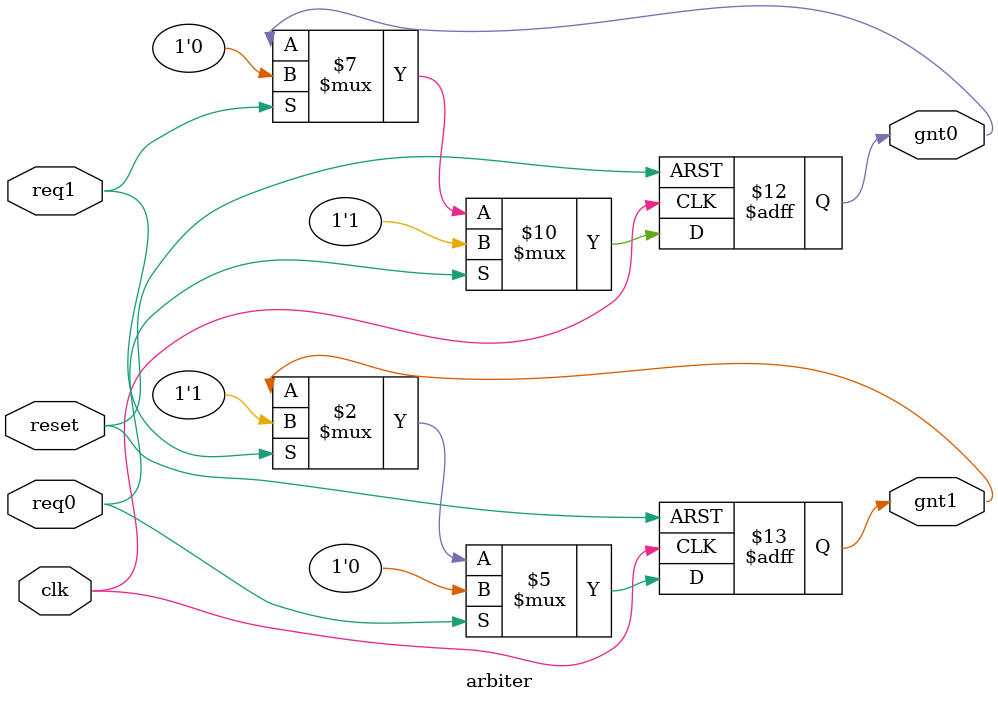
<source format=v>
module arbiter_tb();
   wire gnt_0, gnt_1;
   reg  req_0, req_1, clk, testFail;
   
   
   always begin
      #1 clk = !clk;
   end

   always begin
      #4 req_0 = !req_0;
   end

   always begin
      #6 req_1 = !req_1;
   end

   initial begin
      $dumpfile("waves_arb.vcd");
      $dumpvars(0, arbiter_tb);
      clk = 0;
      testFail = 0;
      req_0 = 0;
      req_1 = 1;
      #96
        $finish;
   end

   initial begin
      $monitor("At time %t r0 = %d, r1 = %d, g0 = %d, g1=%d, testFail =%d", $time, req_0, req_1, gnt_0, gnt_1, testFail);
   end

   // having to code this was pretty upsetting. I think using a language
   // where we've already built up the library for test assertions (even
   // though they weren't included by default) and having done a decent
   // amount of python testing (where someone else did that hardwork for
   // me) made me forget the pain of low level hardware design for some
   // reason. My guess is no languages the age of VHDL or Verilog were
   // smart enough to be designed with self checking testing in mind, but
   // now that I don't have to live that reality every day, I've forgotten
   // some of the pain of it. 
   always @ (posedge clk)
     begin
        if (gnt_0 == gnt_1) begin 
           $display("things are bad");
           testFail = 1;
        end
     end
   
   arbiter arb(clk, reset, req_0, req_1, gnt_0, gnt_1);
   
   
endmodule

module arbiter(clk, reset, req0, req1, gnt0, gnt1);
   
   input clk, reset, req0, req1;
   output gnt0, gnt1;
   wire   clk, reset, req0, req1;
   // are there any registers? -- of course, you're using a clk
   reg    gnt0, gnt1;
    

   always @ (posedge clk or posedge reset)
     begin
        if (reset) begin
           gnt0 <= 1'b0;
           gnt1 <= 1'b0;
        end else if (req0) begin
           gnt0 <= 1'b1;
           gnt1 <= 1'b0;
        end else if (req1) begin
           gnt1 <= 1'b1;
           gnt0 <= 1'b0;
//        end else begin
//           gnt1 <= 1'b0;
//           gnt0 <= 1'b0;
        end
     end
endmodule // arbiter

</source>
